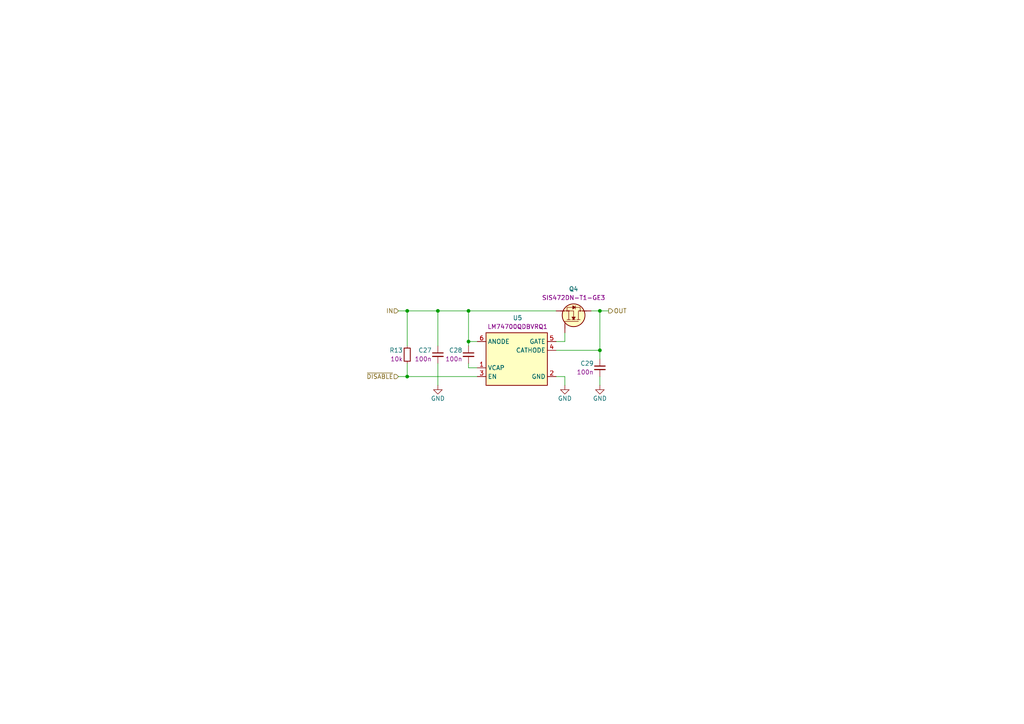
<source format=kicad_sch>
(kicad_sch (version 20250114) (generator "eeschema") (generator_version "9.0")
  (paper "A4")
  (title_block (title "ModuCard CM5 module") (date "2025-07-05") (rev "1.0.0") (company "KoNaR") (comment 1 "Project author: Dominik Pluta"))
  (lib_symbols
    (symbol "DW-ICs:LM74700QDBVRQ1"
      (property "Reference" "U" (at 35.56 0 0))
      (property "MPN" "LM74700QDBVRQ1" (at 35.56 -15.24 0))
      (symbol "LM74700QDBVRQ1_1_1"
        (rectangle (start 2.54 2.54) (end 20.32 -12.7) (stroke (width 0.254)) (fill (type background)))
        (pin power_in line (at 0 0 0) (length 2.54) (name "ANODE") (number "6"))
        (pin passive line (at 0 -7.62 0) (length 2.54) (name "VCAP") (number "1"))
        (pin input line (at 0 -10.16 0) (length 2.54) (name "EN") (number "3"))
        (pin output line (at 22.86 0 180) (length 2.54) (name "GATE") (number "5"))
        (pin passive line (at 22.86 -2.54 180) (length 2.54) (name "CATHODE") (number "4"))
        (pin power_in line (at 22.86 -10.16 180) (length 2.54) (name "GND") (number "2"))
      )
    )
    (symbol "DW-capacitors:C-100n-0402" (pin_numbers (hide yes)) (pin_names (hide yes))
      (property "Reference" "C" (at 12.7 0 0))
      (property "Val" "100n" (at 12.7 -20.32 0))
      (symbol "C-100n-0402_0_1"
        (polyline (pts (xy 2.032 -1.524) (xy 2.032 1.524)) (stroke (width 0.3048)))
        (polyline (pts (xy 3.048 -1.524) (xy 3.048 1.524)) (stroke (width 0.3302)))
      )
      (symbol "C-100n-0402_1_1"
        (pin passive line (at 0 0 0) (length 2.032) (name "~") (number "1"))
        (pin passive line (at 5.08 0 180) (length 2.032) (name "~") (number "2"))
      )
    )
    (symbol "DW-power-symbols:GND" (power) (pin_numbers (hide yes)) (pin_names (offset 0) (hide yes))
      (property "Value" "GND" (at 0 -3.81 0))
      (symbol "GND_0_1"
        (polyline (pts (xy 0 0) (xy 0 -1.27) (xy 1.27 -1.27) (xy 0 -2.54) (xy -1.27 -1.27) (xy 0 -1.27)))
      )
      (symbol "GND_1_1"
        (pin power_in line (at 0 0 270) (length 0) (name "~") (number "1"))
      )
    )
    (symbol "DW-resistors:R-10k-0402" (pin_numbers (hide yes)) (pin_names (offset 0) (hide yes))
      (property "Reference" "R" (at 12.7 0 0))
      (property "Val" "10k" (at 12.7 -20.32 0))
      (symbol "R-10k-0402_0_1"
        (rectangle (start 0.635 0.889) (end 4.445 -0.889) (stroke (width 0.254)))
      )
      (symbol "R-10k-0402_1_1"
        (pin passive line (at 0 0 0) (length 0.635) (name "~") (number "1"))
        (pin passive line (at 5.08 0 180) (length 0.635) (name "~") (number "2"))
      )
    )
    (symbol "DW-transistors:SIS472DN-T1-GE3" (pin_numbers (hide yes)) (pin_names (offset 0) (hide yes))
      (property "Reference" "Q" (at 10.16 0 0))
      (property "MPN" "SIS472DN-T1-GE3" (at 10.16 -15.24 0))
      (symbol "SIS472DN-T1-GE3_1_1"
        (polyline (pts (xy 1.27 0) (xy 3.302 0) (xy 3.302 3.937)) (stroke (width 0.1524)))
        (polyline (pts (xy 3.81 4.445) (xy 3.81 3.429)) (stroke (width 0.1524)) (fill (type background)))
        (polyline (pts (xy 3.81 2.54) (xy 3.81 3.048)) (stroke (width 0.1524)) (fill (type background)))
        (polyline (pts (xy 3.81 2.54) (xy 3.81 2.032)) (stroke (width 0.1524)) (fill (type background)))
        (polyline (pts (xy 3.81 2.54) (xy 4.572 3.048) (xy 4.572 2.032) (xy 3.81 2.54)) (stroke (width 0.1524)) (fill (type outline)))
        (polyline (pts (xy 3.81 1.143) (xy 3.81 1.651)) (stroke (width 0.1524)) (fill (type background)))
        (polyline (pts (xy 3.81 1.143) (xy 3.81 0.635)) (stroke (width 0.1524)) (fill (type background)))
        (circle (center 5.08 2.54) (radius 3.302) (stroke (width 0.254)) (fill (type background)))
        (polyline (pts (xy 6.223 0.635) (xy 7.366 0.635) (xy 7.366 3.937) (xy 7.366 4.445) (xy 6.223 4.445)) (stroke (width 0.1524)))
        (polyline (pts (xy 6.35 6.35) (xy 6.35 3.937) (xy 3.81 3.937)) (stroke (width 0.1524)))
        (circle (center 6.35 4.445) (radius 0.127) (stroke (width 0.1524)) (fill (type background)))
        (polyline (pts (xy 6.35 1.143) (xy 3.81 1.143)) (stroke (width 0.1524)) (fill (type background)))
        (circle (center 6.35 1.143) (radius 0.127) (stroke (width 0.1524)) (fill (type background)))
        (circle (center 6.35 0.635) (radius 0.127) (stroke (width 0.1524)) (fill (type background)))
        (polyline (pts (xy 6.35 -1.27) (xy 6.35 2.54) (xy 3.81 2.54)) (stroke (width 0.1524)))
        (polyline (pts (xy 7.366 3.048) (xy 6.858 2.286) (xy 7.874 2.286) (xy 7.366 3.048)) (stroke (width 0.1524)) (fill (type outline)))
        (polyline (pts (xy 7.874 3.048) (xy 6.858 3.048)) (stroke (width 0.1524)) (fill (type background)))
        (pin passive line (at 0 0 0) (length 2.54) (name "G") (number "4"))
        (pin passive line (at 6.35 7.62 270) (length 2.54) (name "D") (number "5"))
        (pin passive line (at 6.35 -2.54 90) (length 2.54) (name "S") (number "1"))
        (pin passive line (at 6.35 -2.54 90) (length 2.54) (hide yes) (name "S") (number "2"))
        (pin passive line (at 6.35 -2.54 90) (length 2.54) (hide yes) (name "S") (number "3"))
      )
    )
  )
  (junction (at 118.11 90.17))
  (junction (at 173.99 101.6))
  (junction (at 173.99 90.17))
  (junction (at 127 90.17))
  (junction (at 135.89 99.06))
  (junction (at 135.89 90.17))
  (junction (at 118.11 109.22))
  (wire (pts (xy 118.11 90.17) (xy 118.11 100.33)))
  (wire (pts (xy 171.45 90.17) (xy 173.99 90.17)))
  (wire (pts (xy 163.83 109.22) (xy 163.83 111.76)))
  (wire (pts (xy 173.99 90.17) (xy 173.99 101.6)))
  (wire (pts (xy 118.11 109.22) (xy 138.43 109.22)))
  (wire (pts (xy 118.11 105.41) (xy 118.11 109.22)))
  (wire (pts (xy 173.99 101.6) (xy 173.99 104.14)))
  (wire (pts (xy 115.57 109.22) (xy 118.11 109.22)))
  (wire (pts (xy 173.99 109.22) (xy 173.99 111.76)))
  (wire (pts (xy 127 105.41) (xy 127 111.76)))
  (wire (pts (xy 161.29 109.22) (xy 163.83 109.22)))
  (wire (pts (xy 163.83 96.52) (xy 163.83 99.06)))
  (wire (pts (xy 135.89 99.06) (xy 135.89 100.33)))
  (wire (pts (xy 138.43 99.06) (xy 135.89 99.06)))
  (wire (pts (xy 173.99 90.17) (xy 176.53 90.17)))
  (wire (pts (xy 127 90.17) (xy 135.89 90.17)))
  (wire (pts (xy 135.89 106.68) (xy 138.43 106.68)))
  (wire (pts (xy 127 90.17) (xy 127 100.33)))
  (wire (pts (xy 135.89 105.41) (xy 135.89 106.68)))
  (wire (pts (xy 163.83 99.06) (xy 161.29 99.06)))
  (wire (pts (xy 161.29 101.6) (xy 173.99 101.6)))
  (wire (pts (xy 118.11 90.17) (xy 127 90.17)))
  (wire (pts (xy 115.57 90.17) (xy 118.11 90.17)))
  (wire (pts (xy 135.89 90.17) (xy 135.89 99.06)))
  (wire (pts (xy 135.89 90.17) (xy 161.29 90.17)))
  (hierarchical_label "OUT" (shape output) (at 176.53 90.17 0))
  (hierarchical_label "~{DISABLE}" (shape input) (at 115.57 109.22 180))
  (hierarchical_label "IN" (shape input) (at 115.57 90.17 180))
  (symbol (lib_id "DW-transistors:SIS472DN-T1-GE3") (at 163.83 96.52 270) (mirror x) (unit 1)
    (property "Reference" "Q2" (at 166.37 83.82 90))
    (property "Value" "SIS472DN-T1-GE3" (effects (hide yes)))
    (property "Footprint" "DW-footprints:PowerPAK-1212-8_Single" (effects (hide yes)))
    (property "Datasheet" "https://www.lcsc.com/datasheet/C727441.pdf" (effects (hide yes)))
    (property "Description" "30V 8.9mΩ@10V,15A 2.5V 1 N-Channel PowerPAK1212-8 MOSFETs ROHS" (effects (hide yes)))
    (property "Manufacturer" "VISHAY" (effects (hide yes)))
    (property "MPN" "SIS472DN-T1-GE3" (at 166.37 86.36 90))
    (property "LCSC" "C727441" (effects (hide yes)))
    (property "Id" "20A" (effects (hide yes)))
    (property "Vds" "30V" (effects (hide yes)))
    (property "Vgs" "20V" (effects (hide yes)))
    (property "Rds(on)" "8.9mΩ" (effects (hide yes)))
    (instances (project "cm5-module" (path "" (reference "Q4") (unit 1)) (path "" (reference "Q2") (unit 1)) (path "" (reference "Q3") (unit 1))))
  )
  (symbol (lib_id "DW-power-symbols:GND") (at 127 111.76 0) (unit 1)
    (property "Reference" "#PWR045" (effects (hide yes)))
    (property "Value" "GND" (at 127 115.57 0))
    (property "Description" "Power symbol creates a global label with name \"GND\" , ground" (effects (hide yes)))
    (instances (project "cm5-module" (path "" (reference "#PWR051") (unit 1)) (path "" (reference "#PWR045") (unit 1)) (path "" (reference "#PWR048") (unit 1))))
  )
  (symbol (lib_id "DW-capacitors:C-100n-0402") (at 127 100.33 90) (mirror x) (unit 1)
    (property "Reference" "C21" (at 125.222 101.6 90) (effects (justify left)))
    (property "Value" "C-100n-0402" (effects (hide yes)))
    (property "Footprint" "DW-footprints:C_0402_1005Metric" (effects (hide yes)))
    (property "Datasheet" "https://lcsc.com/datasheet/lcsc_datasheet_2304140030_Samsung-Electro-Mechanics-CL05B104KB54PNC_C307331.pdf" (effects (hide yes)))
    (property "Description" "50V 100nF X7R ±10% 0402 Multilayer Ceramic Capacitors MLCC - SMD/SMT ROHS" (effects (hide yes)))
    (property "Manufacturer" "Samsung Electro-Mechanics" (effects (hide yes)))
    (property "MPN" "CL05B104KB54PNC" (effects (hide yes)))
    (property "LCSC" "C307331" (effects (hide yes)))
    (property "Val" "100n" (at 125.222 104.14 90) (effects (justify left)))
    (property "Tolerance" "10%" (effects (hide yes)))
    (property "Voltage" "50V" (effects (hide yes)))
    (property "Dielectric" "X7R" (effects (hide yes)))
    (instances (project "cm5-module" (path "" (reference "C27") (unit 1)) (path "" (reference "C21") (unit 1)) (path "" (reference "C24") (unit 1))))
  )
  (symbol (lib_id "DW-capacitors:C-100n-0402") (at 135.89 100.33 90) (mirror x) (unit 1)
    (property "Reference" "C22" (at 134.112 101.6 90) (effects (justify left)))
    (property "Value" "C-100n-0402" (effects (hide yes)))
    (property "Footprint" "DW-footprints:C_0402_1005Metric" (effects (hide yes)))
    (property "Datasheet" "https://lcsc.com/datasheet/lcsc_datasheet_2304140030_Samsung-Electro-Mechanics-CL05B104KB54PNC_C307331.pdf" (effects (hide yes)))
    (property "Description" "50V 100nF X7R ±10% 0402 Multilayer Ceramic Capacitors MLCC - SMD/SMT ROHS" (effects (hide yes)))
    (property "Manufacturer" "Samsung Electro-Mechanics" (effects (hide yes)))
    (property "MPN" "CL05B104KB54PNC" (effects (hide yes)))
    (property "LCSC" "C307331" (effects (hide yes)))
    (property "Val" "100n" (at 134.112 104.14 90) (effects (justify left)))
    (property "Tolerance" "10%" (effects (hide yes)))
    (property "Voltage" "50V" (effects (hide yes)))
    (property "Dielectric" "X7R" (effects (hide yes)))
    (instances (project "cm5-module" (path "" (reference "C28") (unit 1)) (path "" (reference "C22") (unit 1)) (path "" (reference "C25") (unit 1))))
  )
  (symbol (lib_id "DW-capacitors:C-100n-0402") (at 173.99 104.14 90) (mirror x) (unit 1)
    (property "Reference" "C23" (at 172.212 105.41 90) (effects (justify left)))
    (property "Value" "C-100n-0402" (effects (hide yes)))
    (property "Footprint" "DW-footprints:C_0402_1005Metric" (effects (hide yes)))
    (property "Datasheet" "https://lcsc.com/datasheet/lcsc_datasheet_2304140030_Samsung-Electro-Mechanics-CL05B104KB54PNC_C307331.pdf" (effects (hide yes)))
    (property "Description" "50V 100nF X7R ±10% 0402 Multilayer Ceramic Capacitors MLCC - SMD/SMT ROHS" (effects (hide yes)))
    (property "Manufacturer" "Samsung Electro-Mechanics" (effects (hide yes)))
    (property "MPN" "CL05B104KB54PNC" (effects (hide yes)))
    (property "LCSC" "C307331" (effects (hide yes)))
    (property "Val" "100n" (at 172.212 107.95 90) (effects (justify left)))
    (property "Tolerance" "10%" (effects (hide yes)))
    (property "Voltage" "50V" (effects (hide yes)))
    (property "Dielectric" "X7R" (effects (hide yes)))
    (instances (project "cm5-module" (path "" (reference "C29") (unit 1)) (path "" (reference "C23") (unit 1)) (path "" (reference "C26") (unit 1))))
  )
  (symbol (lib_id "DW-ICs:LM74700QDBVRQ1") (at 138.43 99.06 0) (unit 1)
    (property "Reference" "U3" (at 150.114 92.202 0))
    (property "Value" "LM74700QDBVRQ1" (effects (hide yes)))
    (property "Footprint" "DW-footprints:SOT-23-6" (effects (hide yes)))
    (property "Datasheet" "https://www.ti.com/lit/ds/symlink/lm74700-q1.pdf" (effects (hide yes)))
    (property "Description" "Low IQ Battery Reverse Protection Ideal Diode Controller" (effects (hide yes)))
    (property "Manufacturer" "Texas Instruments" (effects (hide yes)))
    (property "MPN" "LM74700QDBVRQ1" (at 150.114 94.742 0))
    (property "LCSC" "C2941042" (effects (hide yes)))
    (instances (project "cm5-module" (path "" (reference "U5") (unit 1)) (path "" (reference "U3") (unit 1)) (path "" (reference "U4") (unit 1))))
  )
  (symbol (lib_id "DW-resistors:R-10k-0402") (at 118.11 105.41 270) (mirror x) (unit 1)
    (property "Reference" "R11" (at 116.84 101.6 90) (effects (justify right)))
    (property "Value" "R-10k-0402" (effects (hide yes)))
    (property "Footprint" "DW-footprints:R_0402_1005Metric" (effects (hide yes)))
    (property "Datasheet" "https://lcsc.com/datasheet/lcsc_datasheet_2411221126_UNI-ROYAL-Uniroyal-Elec-0402WGF1002TCE_C25744.pdf" (effects (hide yes)))
    (property "Description" "62.5mW Thick Film Resistor 50V ±100ppm/℃ ±1% 10kΩ 0402 Chip Resistor - Surface Mount ROHS" (effects (hide yes)))
    (property "Manufacturer" "UNI-ROYAL(Uniroyal Elec)" (effects (hide yes)))
    (property "MPN" "0402WGF1002TCE" (effects (hide yes)))
    (property "LCSC" "C25744" (effects (hide yes)))
    (property "Val" "10k" (at 116.84 104.14 90) (effects (justify right)))
    (property "Tolerance" "1%" (effects (hide yes)))
    (instances (project "cm5-module" (path "" (reference "R13") (unit 1)) (path "" (reference "R11") (unit 1)) (path "" (reference "R12") (unit 1))))
  )
  (symbol (lib_id "DW-power-symbols:GND") (at 173.99 111.76 0) (unit 1)
    (property "Reference" "#PWR047" (effects (hide yes)))
    (property "Value" "GND" (at 173.99 115.57 0))
    (property "Description" "Power symbol creates a global label with name \"GND\" , ground" (effects (hide yes)))
    (instances (project "cm5-module" (path "" (reference "#PWR053") (unit 1)) (path "" (reference "#PWR047") (unit 1)) (path "" (reference "#PWR050") (unit 1))))
  )
  (symbol (lib_id "DW-power-symbols:GND") (at 163.83 111.76 0) (unit 1)
    (property "Reference" "#PWR046" (effects (hide yes)))
    (property "Value" "GND" (at 163.83 115.57 0))
    (property "Description" "Power symbol creates a global label with name \"GND\" , ground" (effects (hide yes)))
    (instances (project "cm5-module" (path "" (reference "#PWR052") (unit 1)) (path "" (reference "#PWR046") (unit 1)) (path "" (reference "#PWR049") (unit 1))))
  )
)
</source>
